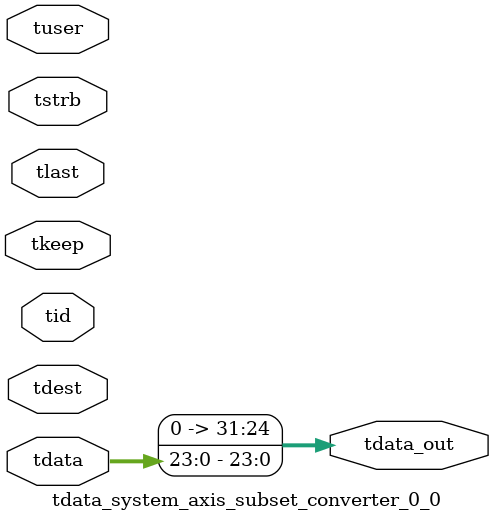
<source format=v>


`timescale 1ps/1ps

module tdata_system_axis_subset_converter_0_0 #
(
parameter C_S_AXIS_TDATA_WIDTH = 32,
parameter C_S_AXIS_TUSER_WIDTH = 0,
parameter C_S_AXIS_TID_WIDTH   = 0,
parameter C_S_AXIS_TDEST_WIDTH = 0,
parameter C_M_AXIS_TDATA_WIDTH = 32
)
(
input  [(C_S_AXIS_TDATA_WIDTH == 0 ? 1 : C_S_AXIS_TDATA_WIDTH)-1:0     ] tdata,
input  [(C_S_AXIS_TUSER_WIDTH == 0 ? 1 : C_S_AXIS_TUSER_WIDTH)-1:0     ] tuser,
input  [(C_S_AXIS_TID_WIDTH   == 0 ? 1 : C_S_AXIS_TID_WIDTH)-1:0       ] tid,
input  [(C_S_AXIS_TDEST_WIDTH == 0 ? 1 : C_S_AXIS_TDEST_WIDTH)-1:0     ] tdest,
input  [(C_S_AXIS_TDATA_WIDTH/8)-1:0 ] tkeep,
input  [(C_S_AXIS_TDATA_WIDTH/8)-1:0 ] tstrb,
input                                                                    tlast,
output [C_M_AXIS_TDATA_WIDTH-1:0] tdata_out
);

assign tdata_out = {tdata[23:0]};

endmodule


</source>
